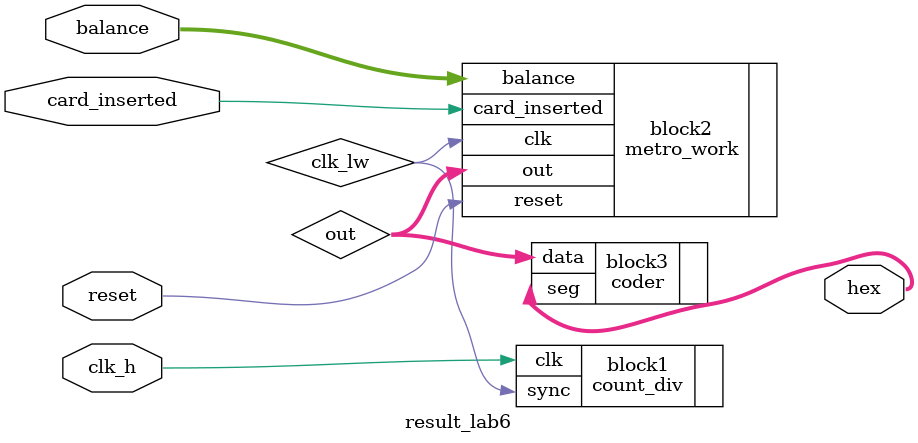
<source format=v>
module result_lab6 (
    input wire clk_h,
    input wire reset,
    input wire card_inserted,
    input wire [2:0] balance,
    output wire [6:0] hex
);
    wire clk_lw;
    wire [2:0] out;
    
    count_div block1(.clk(clk_h), .sync(clk_lw));
    
    metro_work block2(
        .clk(clk_lw),
        .reset(reset),
        .card_inserted(card_inserted),
        .balance(balance),
        .out(out)
    );

    coder block3(.data(out), .seg(hex));
endmodule
</source>
